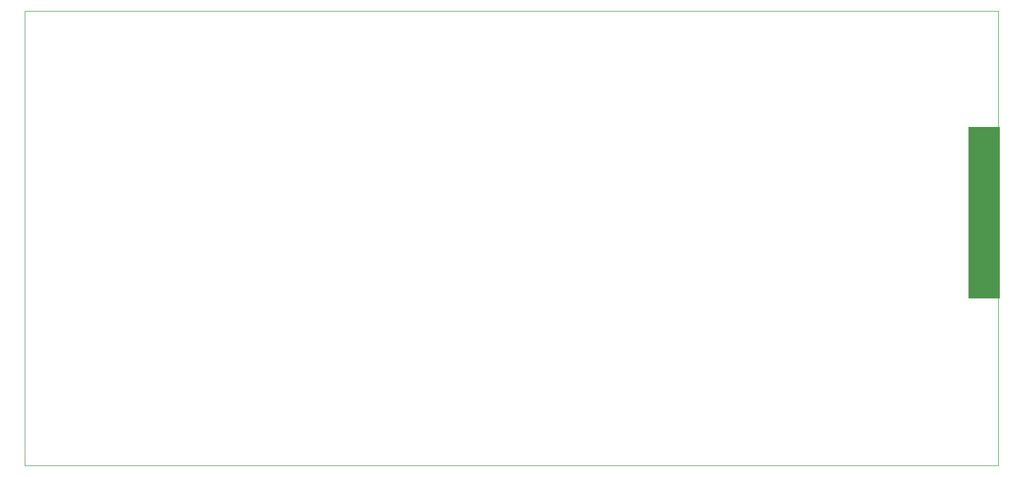
<source format=gbr>
%TF.GenerationSoftware,Altium Limited,Altium NEXUS,2.1.9 (83)*%
G04 Layer_Color=0*
%FSLAX44Y44*%
%MOMM*%
%TF.FileFunction,Profile,NP*%
%TF.Part,Single*%
G01*
G75*
%TA.AperFunction,Profile*%
%ADD122C,0.0254*%
G36*
X1454000Y522000D02*
X1502000Y522000D01*
X1502000Y257500D01*
X1454000Y257500D01*
X1454000Y522000D01*
D02*
G37*
D122*
X0Y0D02*
X1500000Y-0D01*
X1500000Y700000D01*
X-0Y700000D01*
X0Y0D01*
%TF.MD5,ba2351e0bc1c20752ff55bc567ac2c86*%
M02*

</source>
